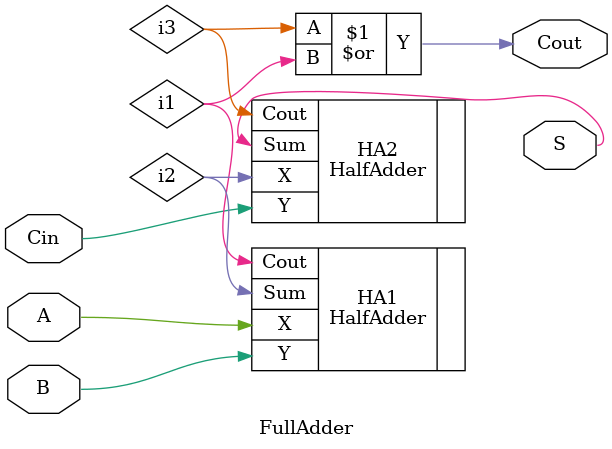
<source format=v>
module FullAdder(A, B, Cin, Cout, S);
  input A, B, Cin;
  output Cout, S;
  wire A, B, Cin;
  wire Cout, S;
  wire i1, i2, i3;
  HalfAdder HA1(.X (A), .Y (B), .Cout (i1), .Sum (i2));
  HalfAdder HA2(.X (i2), .Y (Cin), .Cout (i3), .Sum (S));
  or g1 (Cout, i3, i1);
endmodule


</source>
